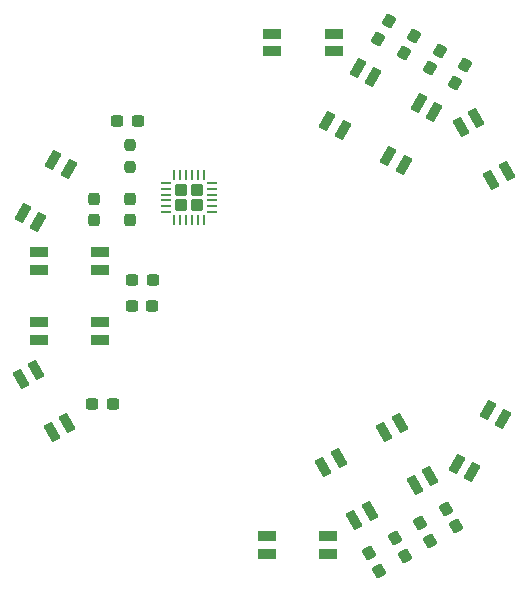
<source format=gbr>
%TF.GenerationSoftware,KiCad,Pcbnew,8.0.8*%
%TF.CreationDate,2025-04-07T12:59:42-04:00*%
%TF.ProjectId,pcb_tile_game_tile_aaa,7063625f-7469-46c6-955f-67616d655f74,1.0*%
%TF.SameCoordinates,Original*%
%TF.FileFunction,Paste,Top*%
%TF.FilePolarity,Positive*%
%FSLAX46Y46*%
G04 Gerber Fmt 4.6, Leading zero omitted, Abs format (unit mm)*
G04 Created by KiCad (PCBNEW 8.0.8) date 2025-04-07 12:59:42*
%MOMM*%
%LPD*%
G01*
G04 APERTURE LIST*
G04 Aperture macros list*
%AMRoundRect*
0 Rectangle with rounded corners*
0 $1 Rounding radius*
0 $2 $3 $4 $5 $6 $7 $8 $9 X,Y pos of 4 corners*
0 Add a 4 corners polygon primitive as box body*
4,1,4,$2,$3,$4,$5,$6,$7,$8,$9,$2,$3,0*
0 Add four circle primitives for the rounded corners*
1,1,$1+$1,$2,$3*
1,1,$1+$1,$4,$5*
1,1,$1+$1,$6,$7*
1,1,$1+$1,$8,$9*
0 Add four rect primitives between the rounded corners*
20,1,$1+$1,$2,$3,$4,$5,0*
20,1,$1+$1,$4,$5,$6,$7,0*
20,1,$1+$1,$6,$7,$8,$9,0*
20,1,$1+$1,$8,$9,$2,$3,0*%
G04 Aperture macros list end*
%ADD10RoundRect,0.237500X-0.055681X0.378558X-0.355681X-0.141058X0.055681X-0.378558X0.355681X0.141058X0*%
%ADD11RoundRect,0.237500X0.300000X0.237500X-0.300000X0.237500X-0.300000X-0.237500X0.300000X-0.237500X0*%
%ADD12RoundRect,0.237500X-0.237500X0.250000X-0.237500X-0.250000X0.237500X-0.250000X0.237500X0.250000X0*%
%ADD13RoundRect,0.237500X0.355681X-0.141058X0.055681X0.378558X-0.355681X0.141058X-0.055681X-0.378558X0*%
%ADD14RoundRect,0.237500X0.237500X-0.300000X0.237500X0.300000X-0.237500X0.300000X-0.237500X-0.300000X0*%
%ADD15RoundRect,0.250000X-0.275000X-0.275000X0.275000X-0.275000X0.275000X0.275000X-0.275000X0.275000X0*%
%ADD16RoundRect,0.062500X-0.350000X-0.062500X0.350000X-0.062500X0.350000X0.062500X-0.350000X0.062500X0*%
%ADD17RoundRect,0.062500X-0.062500X-0.350000X0.062500X-0.350000X0.062500X0.350000X-0.062500X0.350000X0*%
%ADD18RoundRect,0.082000X-0.643056X-0.457806X-0.074944X-0.785806X0.643056X0.457806X0.074944X0.785806X0*%
%ADD19RoundRect,0.082000X-0.718000X0.328000X-0.718000X-0.328000X0.718000X-0.328000X0.718000X0.328000X0*%
%ADD20RoundRect,0.082000X0.643056X0.457806X0.074944X0.785806X-0.643056X-0.457806X-0.074944X-0.785806X0*%
%ADD21RoundRect,0.082000X0.074944X-0.785806X0.643056X-0.457806X-0.074944X0.785806X-0.643056X0.457806X0*%
%ADD22RoundRect,0.082000X-0.074944X0.785806X-0.643056X0.457806X0.074944X-0.785806X0.643056X-0.457806X0*%
G04 APERTURE END LIST*
D10*
%TO.C,C2*%
X153956313Y-59403053D03*
X153093813Y-60896947D03*
%TD*%
D11*
%TO.C,C11*%
X129660000Y-78800000D03*
X127935000Y-78800002D03*
%TD*%
D10*
%TO.C,C3*%
X151791250Y-58153053D03*
X150928750Y-59646947D03*
%TD*%
D12*
%TO.C,R1*%
X127710000Y-67437500D03*
X127710000Y-69262500D03*
%TD*%
D13*
%TO.C,C8*%
X155317532Y-99688621D03*
X154455032Y-98194727D03*
%TD*%
D14*
%TO.C,C14*%
X127710000Y-73712500D03*
X127710000Y-71987500D03*
%TD*%
D13*
%TO.C,C6*%
X150987405Y-102188621D03*
X150124905Y-100694727D03*
%TD*%
D11*
%TO.C,C12*%
X128385000Y-65400002D03*
X126660000Y-65400000D03*
%TD*%
%TO.C,C10*%
X129622500Y-81000000D03*
X127897500Y-81000000D03*
%TD*%
D13*
%TO.C,C5*%
X148822341Y-103438621D03*
X147959841Y-101944727D03*
%TD*%
D10*
%TO.C,C1*%
X156121377Y-60653053D03*
X155258877Y-62146947D03*
%TD*%
D13*
%TO.C,C7*%
X153152468Y-100938621D03*
X152289968Y-99444727D03*
%TD*%
D10*
%TO.C,C4*%
X149626186Y-56903053D03*
X148763686Y-58396947D03*
%TD*%
D15*
%TO.C,U2*%
X132060000Y-71200000D03*
X132060000Y-72500000D03*
X133360000Y-71200000D03*
X133360000Y-72500000D03*
D16*
X130772500Y-70600000D03*
X130772500Y-71100000D03*
X130772500Y-71600000D03*
X130772500Y-72100000D03*
X130772500Y-72600000D03*
X130772500Y-73100000D03*
D17*
X131460000Y-73787500D03*
X131960000Y-73787500D03*
X132460000Y-73787500D03*
X132960000Y-73787500D03*
X133460000Y-73787500D03*
X133960000Y-73787500D03*
D16*
X134647500Y-73100000D03*
X134647500Y-72600000D03*
X134647500Y-72100000D03*
X134647500Y-71600000D03*
X134647500Y-71100000D03*
X134647500Y-70600000D03*
D17*
X133960000Y-69912500D03*
X133460000Y-69912500D03*
X132960000Y-69912500D03*
X132460000Y-69912500D03*
X131960000Y-69912500D03*
X131460000Y-69912500D03*
%TD*%
D14*
%TO.C,C13*%
X124710000Y-73712500D03*
X124710000Y-71987500D03*
%TD*%
D11*
%TO.C,C9*%
X126260000Y-89300000D03*
X124535000Y-89300000D03*
%TD*%
D18*
%TO.C,LED2*%
X152187531Y-63866674D03*
X153486570Y-64616674D03*
X150886570Y-69120006D03*
X149587531Y-68370006D03*
%TD*%
D19*
%TO.C,LED10*%
X125210000Y-82430000D03*
X125210000Y-83930000D03*
X120010000Y-83930000D03*
X120010000Y-82430000D03*
%TD*%
D20*
%TO.C,LED8*%
X156723621Y-95124038D03*
X155424583Y-94374036D03*
X158024583Y-89870705D03*
X159323621Y-90620704D03*
%TD*%
D21*
%TO.C,LED1*%
X155717529Y-65845875D03*
X157016568Y-65095875D03*
X159616568Y-69599207D03*
X158317529Y-70349207D03*
%TD*%
D18*
%TO.C,LED3*%
X147034679Y-60891674D03*
X148333718Y-61641674D03*
X145733718Y-66145006D03*
X144434679Y-65395006D03*
%TD*%
D19*
%TO.C,LED5*%
X144527150Y-100492468D03*
X144527150Y-101992468D03*
X139327150Y-101992468D03*
X139327151Y-100492467D03*
%TD*%
D18*
%TO.C,LED12*%
X121250961Y-68670000D03*
X122550000Y-69420000D03*
X119950000Y-73923332D03*
X118650961Y-73173332D03*
%TD*%
D22*
%TO.C,LED6*%
X148006187Y-98425000D03*
X146707148Y-99175000D03*
X144107148Y-94671668D03*
X145406187Y-93921668D03*
%TD*%
%TO.C,LED9*%
X122410000Y-90940000D03*
X121110961Y-91690000D03*
X118510961Y-87186668D03*
X119810000Y-86436668D03*
%TD*%
D19*
%TO.C,LED4*%
X144970096Y-57967636D03*
X144970096Y-59467636D03*
X139770096Y-59467636D03*
X139770096Y-57967636D03*
%TD*%
D22*
%TO.C,LED7*%
X153159039Y-95450000D03*
X151860000Y-96200000D03*
X149260000Y-91696668D03*
X150559039Y-90946668D03*
%TD*%
D19*
%TO.C,LED11*%
X125210000Y-76490000D03*
X125210000Y-77990000D03*
X120010000Y-77990000D03*
X120010000Y-76490000D03*
%TD*%
M02*

</source>
